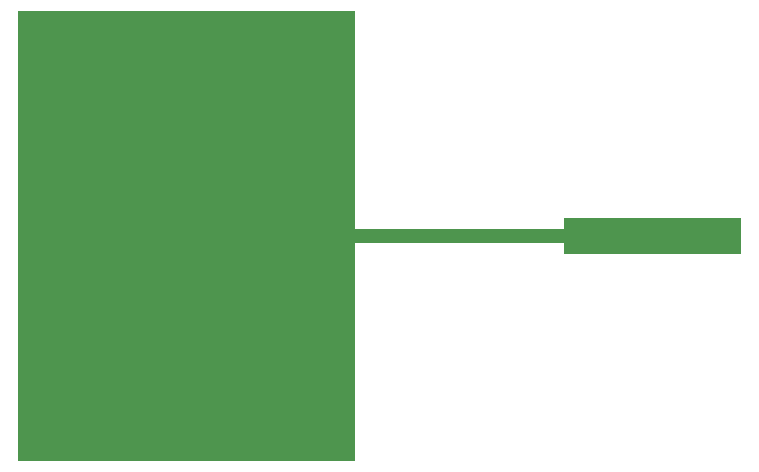
<source format=gtl>
G04 Layer: TopLayer*
G04 EasyEDA Pro v2.1.30.c6721c40.b3cfa9, 2023-12-20 09:26:28*
G04 Gerber Generator version 0.3*
G04 Scale: 100 percent, Rotated: No, Reflected: No*
G04 Dimensions in millimeters*
G04 Leading zeros omitted, absolute positions, 3 integers and 3 decimals*
%FSLAX33Y33*%
%MOMM*%
%ADD10C,0.254*%
G75*


G04 PolygonModel Start*
G36*
G01X-28474Y-26640D02*
G01X26Y-26640D01*
G01Y11400D01*
G01X-28474D01*
G01Y-26640D01*
G37*
G36*
G01X17736Y-9170D02*
G01X32736Y-9170D01*
G01Y-6070D01*
G01X17736D01*
G01Y-9170D01*
G37*
G36*
G01X26Y-8220D02*
G01X17736Y-8220D01*
G01Y-7020D01*
G01X26D01*
G01Y-8220D01*
G37*
G04 PolygonModel End*
G54D10*

M02*

</source>
